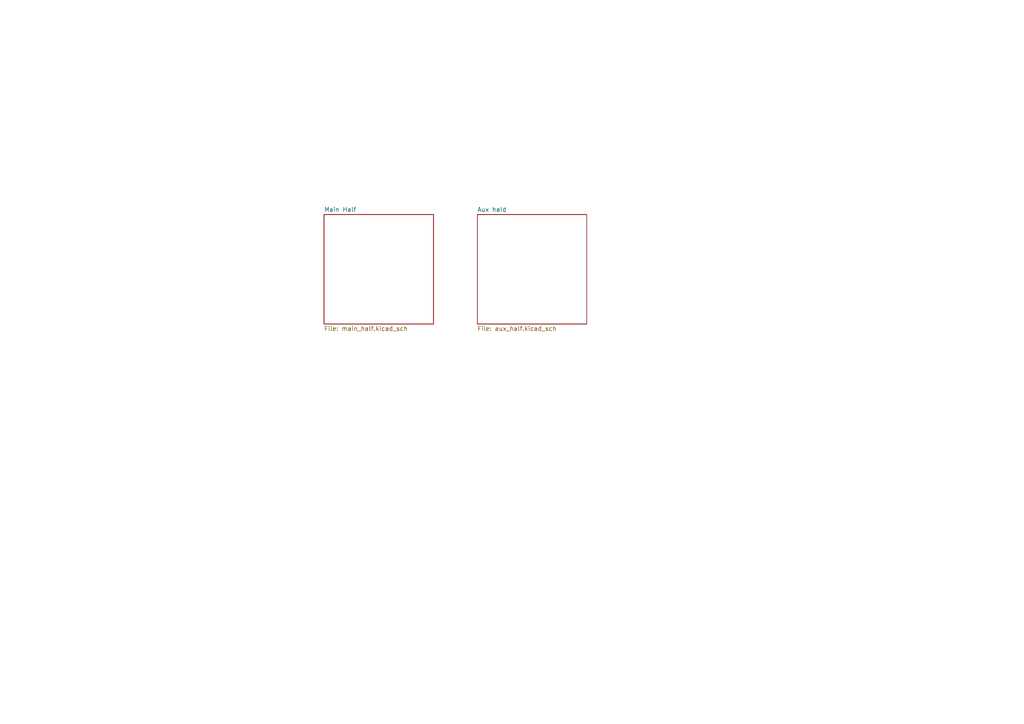
<source format=kicad_sch>
(kicad_sch (version 20211123) (generator eeschema)
  (paper "A4")
  (lib_symbols)
  (sheet (at 93.98 62.23) (size 31.75 31.75) (stroke (width 0.1524))
    (property "Sheet name" "Main Half" (at 93.98 61.5184 0) (effects (justify left bottom)))
    (property "Sheet file" "main_half.kicad_sch" (at 93.98 94.5646 0) (effects (justify left top)))
  )
  (sheet (at 138.43 62.23) (size 31.75 31.75) (stroke (width 0.1524))
    (property "Sheet name" "Aux hald" (at 138.43 61.5184 0) (effects (justify left bottom)))
    (property "Sheet file" "aux_half.kicad_sch" (at 138.43 94.5646 0) (effects (justify left top)))
  )
)
</source>
